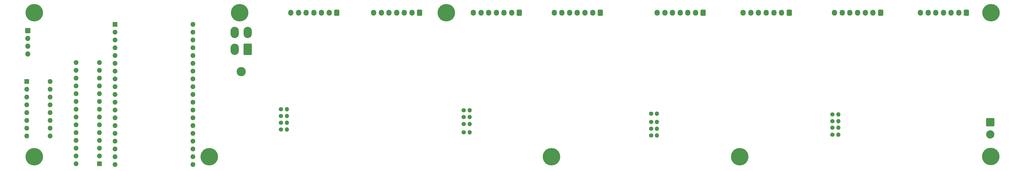
<source format=gbs>
%TF.GenerationSoftware,KiCad,Pcbnew,8.0.4*%
%TF.CreationDate,2024-08-06T16:15:28+08:00*%
%TF.ProjectId,LTC6811_ESP32_V2,4c544336-3831-4315-9f45-535033325f56,rev?*%
%TF.SameCoordinates,Original*%
%TF.FileFunction,Soldermask,Bot*%
%TF.FilePolarity,Negative*%
%FSLAX46Y46*%
G04 Gerber Fmt 4.6, Leading zero omitted, Abs format (unit mm)*
G04 Created by KiCad (PCBNEW 8.0.4) date 2024-08-06 16:15:28*
%MOMM*%
%LPD*%
G01*
G04 APERTURE LIST*
G04 Aperture macros list*
%AMRoundRect*
0 Rectangle with rounded corners*
0 $1 Rounding radius*
0 $2 $3 $4 $5 $6 $7 $8 $9 X,Y pos of 4 corners*
0 Add a 4 corners polygon primitive as box body*
4,1,4,$2,$3,$4,$5,$6,$7,$8,$9,$2,$3,0*
0 Add four circle primitives for the rounded corners*
1,1,$1+$1,$2,$3*
1,1,$1+$1,$4,$5*
1,1,$1+$1,$6,$7*
1,1,$1+$1,$8,$9*
0 Add four rect primitives between the rounded corners*
20,1,$1+$1,$2,$3,$4,$5,0*
20,1,$1+$1,$4,$5,$6,$7,0*
20,1,$1+$1,$6,$7,$8,$9,0*
20,1,$1+$1,$8,$9,$2,$3,0*%
G04 Aperture macros list end*
%ADD10C,5.700000*%
%ADD11R,1.600000X1.600000*%
%ADD12O,1.600000X1.600000*%
%ADD13RoundRect,0.250001X-1.099999X1.099999X-1.099999X-1.099999X1.099999X-1.099999X1.099999X1.099999X0*%
%ADD14C,2.700000*%
%ADD15C,1.400000*%
%ADD16O,1.400000X1.400000*%
%ADD17O,1.700000X1.950000*%
%ADD18RoundRect,0.250000X0.600000X0.725000X-0.600000X0.725000X-0.600000X-0.725000X0.600000X-0.725000X0*%
%ADD19C,3.000000*%
%ADD20RoundRect,0.250001X1.099999X1.599999X-1.099999X1.599999X-1.099999X-1.599999X1.099999X-1.599999X0*%
%ADD21O,2.700000X3.700000*%
%ADD22R,1.700000X1.700000*%
%ADD23O,1.700000X1.700000*%
G04 APERTURE END LIST*
D10*
%TO.C,J20*%
X315900000Y4100000D03*
%TD*%
D11*
%TO.C,U8*%
X30365000Y47220000D03*
D12*
X30365000Y44680000D03*
X30365000Y42140000D03*
X30365000Y39600000D03*
X30365000Y37060000D03*
X30365000Y34520000D03*
X30365000Y31980000D03*
X30365000Y29440000D03*
X30365000Y26900000D03*
X30365000Y24360000D03*
X30365000Y21820000D03*
X30365000Y19280000D03*
X30365000Y16740000D03*
X30365000Y14200000D03*
X30365000Y11660000D03*
X30365000Y9120000D03*
X30365000Y6580000D03*
X30365000Y4040000D03*
X30365000Y1500000D03*
X55765000Y1500000D03*
X55765000Y4040000D03*
X55765000Y6580000D03*
X55765000Y9120000D03*
X55765000Y11660000D03*
X55765000Y14200000D03*
X55765000Y16740000D03*
X55765000Y19280000D03*
X55765000Y21820000D03*
X55765000Y24360000D03*
X55765000Y26900000D03*
X55765000Y29440000D03*
X55765000Y31980000D03*
X55765000Y34520000D03*
X55765000Y37060000D03*
X55765000Y39600000D03*
X55765000Y42140000D03*
X55765000Y44680000D03*
X55765000Y47220000D03*
%TD*%
D13*
%TO.C,J9*%
X315750000Y15257500D03*
D14*
X315750000Y11297500D03*
%TD*%
D15*
%TO.C,TH19*%
X264295000Y15600000D03*
D16*
X266195000Y15600000D03*
%TD*%
D17*
%TO.C,J15*%
X207150000Y51000000D03*
X209650000Y51000000D03*
X212150000Y51000000D03*
X214650000Y51000000D03*
X217150000Y51000000D03*
X219650000Y51000000D03*
D18*
X222150000Y51000000D03*
%TD*%
D17*
%TO.C,J14*%
X235200000Y51000000D03*
X237700000Y51000000D03*
X240200000Y51000000D03*
X242700000Y51000000D03*
X245200000Y51000000D03*
X247700000Y51000000D03*
D18*
X250200000Y51000000D03*
%TD*%
D10*
%TO.C,J1*%
X316000000Y51000000D03*
%TD*%
D15*
%TO.C,TH8*%
X144095000Y14700000D03*
D16*
X145995000Y14700000D03*
%TD*%
D10*
%TO.C,J19*%
X138400000Y51000000D03*
%TD*%
D11*
%TO.C,SW1*%
X1600000Y28540000D03*
D12*
X1600000Y26000000D03*
X1600000Y23460000D03*
X1600000Y20920000D03*
X1600000Y18380000D03*
X1600000Y15840000D03*
X1600000Y13300000D03*
X1600000Y10760000D03*
X9220000Y10760000D03*
X9220000Y13300000D03*
X9220000Y15840000D03*
X9220000Y18380000D03*
X9220000Y20920000D03*
X9220000Y23460000D03*
X9220000Y26000000D03*
X9220000Y28540000D03*
%TD*%
D15*
%TO.C,TH20*%
X264295000Y17800000D03*
D16*
X266195000Y17800000D03*
%TD*%
D15*
%TO.C,TH17*%
X264300000Y11200000D03*
D16*
X266200000Y11200000D03*
%TD*%
D18*
%TO.C,J17*%
X280000000Y51000000D03*
D17*
X277500000Y51000000D03*
X275000000Y51000000D03*
X272500000Y51000000D03*
X270000000Y51000000D03*
X267500000Y51000000D03*
X265000000Y51000000D03*
%TD*%
D15*
%TO.C,TH3*%
X84495000Y15100000D03*
D16*
X86395000Y15100000D03*
%TD*%
D15*
%TO.C,TH9*%
X144095000Y17000000D03*
D16*
X145995000Y17000000D03*
%TD*%
D15*
%TO.C,TH7*%
X144095000Y12000000D03*
D16*
X145995000Y12000000D03*
%TD*%
D10*
%TO.C,J2*%
X234100000Y4000000D03*
%TD*%
D11*
%TO.C,U1*%
X25300000Y1710000D03*
D12*
X25300000Y4250000D03*
X25300000Y6790000D03*
X25300000Y9330000D03*
X25300000Y11870000D03*
X25300000Y14410000D03*
X25300000Y16950000D03*
X25300000Y19490000D03*
X25300000Y22030000D03*
X25300000Y24570000D03*
X25300000Y27110000D03*
X25300000Y29650000D03*
X25300000Y32190000D03*
X25300000Y34730000D03*
X17680000Y34730000D03*
X17680000Y32190000D03*
X17680000Y29650000D03*
X17680000Y27110000D03*
X17680000Y24570000D03*
X17680000Y22030000D03*
X17680000Y19490000D03*
X17680000Y16950000D03*
X17680000Y14410000D03*
X17680000Y11870000D03*
X17680000Y9330000D03*
X17680000Y6790000D03*
X17680000Y4250000D03*
X17680000Y1710000D03*
%TD*%
D17*
%TO.C,J11*%
X87700000Y51000000D03*
X90200000Y51000000D03*
X92700000Y51000000D03*
X95200000Y51000000D03*
X97700000Y51000000D03*
X100200000Y51000000D03*
D18*
X102700000Y51000000D03*
%TD*%
D15*
%TO.C,TH5*%
X84495000Y19500000D03*
D16*
X86395000Y19500000D03*
%TD*%
D19*
%TO.C,J6*%
X71500000Y31800000D03*
D20*
X73600000Y39100000D03*
D21*
X69400000Y39100000D03*
X73600000Y44600000D03*
X69400000Y44600000D03*
%TD*%
D15*
%TO.C,TH18*%
X264300000Y13500000D03*
D16*
X266200000Y13500000D03*
%TD*%
D10*
%TO.C,J4*%
X172700000Y4000000D03*
%TD*%
D17*
%TO.C,J10*%
X114700000Y51000000D03*
X117200000Y51000000D03*
X119700000Y51000000D03*
X122200000Y51000000D03*
X124700000Y51000000D03*
X127200000Y51000000D03*
D18*
X129700000Y51000000D03*
%TD*%
D10*
%TO.C,J3*%
X4000000Y51000000D03*
%TD*%
D15*
%TO.C,TH4*%
X84495000Y17300000D03*
D16*
X86395000Y17300000D03*
%TD*%
D17*
%TO.C,J13*%
X147200000Y51000000D03*
X149700000Y51000000D03*
X152200000Y51000000D03*
X154700000Y51000000D03*
X157200000Y51000000D03*
X159700000Y51000000D03*
D18*
X162200000Y51000000D03*
%TD*%
D10*
%TO.C,J18*%
X71000000Y51000000D03*
%TD*%
D15*
%TO.C,TH15*%
X205195000Y18100000D03*
D16*
X207095000Y18100000D03*
%TD*%
D10*
%TO.C,J8*%
X61100000Y4000000D03*
%TD*%
D17*
%TO.C,J12*%
X173600000Y51000000D03*
X176100000Y51000000D03*
X178600000Y51000000D03*
X181100000Y51000000D03*
X183600000Y51000000D03*
X186100000Y51000000D03*
D18*
X188600000Y51000000D03*
%TD*%
D17*
%TO.C,J16*%
X293000000Y51000000D03*
X295500000Y51000000D03*
X298000000Y51000000D03*
X300500000Y51000000D03*
X303000000Y51000000D03*
X305500000Y51000000D03*
D18*
X308000000Y51000000D03*
%TD*%
D15*
%TO.C,TH12*%
X205195000Y11000000D03*
D16*
X207095000Y11000000D03*
%TD*%
D10*
%TO.C,J7*%
X4000000Y4000000D03*
%TD*%
D15*
%TO.C,TH10*%
X144095000Y19200000D03*
D16*
X145995000Y19200000D03*
%TD*%
D15*
%TO.C,TH13*%
X205195000Y13200000D03*
D16*
X207095000Y13200000D03*
%TD*%
D15*
%TO.C,TH14*%
X205195000Y15400000D03*
D16*
X207095000Y15400000D03*
%TD*%
D22*
%TO.C,J5*%
X1900000Y45140000D03*
D23*
X1900000Y42600000D03*
X1900000Y40060000D03*
X1900000Y37520000D03*
%TD*%
D15*
%TO.C,TH2*%
X84495000Y12900000D03*
D16*
X86395000Y12900000D03*
%TD*%
M02*

</source>
